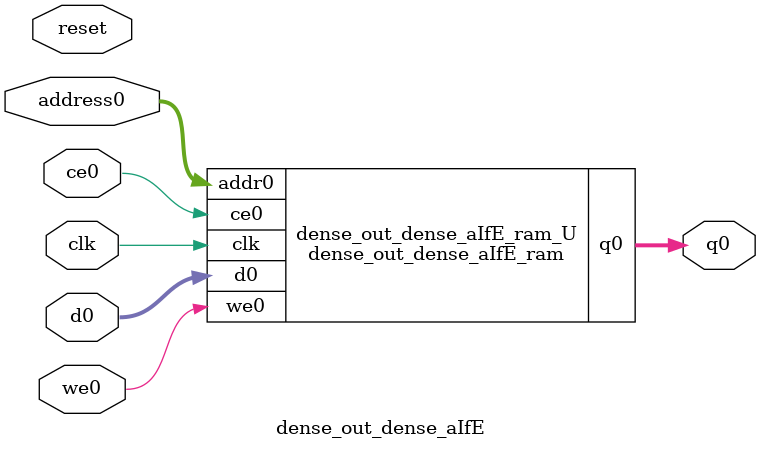
<source format=v>
`timescale 1 ns / 1 ps
module dense_out_dense_aIfE_ram (addr0, ce0, d0, we0, q0,  clk);

parameter DWIDTH = 14;
parameter AWIDTH = 4;
parameter MEM_SIZE = 10;

input[AWIDTH-1:0] addr0;
input ce0;
input[DWIDTH-1:0] d0;
input we0;
output reg[DWIDTH-1:0] q0;
input clk;

(* ram_style = "distributed" *)reg [DWIDTH-1:0] ram[0:MEM_SIZE-1];




always @(posedge clk)  
begin 
    if (ce0) 
    begin
        if (we0) 
        begin 
            ram[addr0] <= d0; 
        end 
        q0 <= ram[addr0];
    end
end


endmodule

`timescale 1 ns / 1 ps
module dense_out_dense_aIfE(
    reset,
    clk,
    address0,
    ce0,
    we0,
    d0,
    q0);

parameter DataWidth = 32'd14;
parameter AddressRange = 32'd10;
parameter AddressWidth = 32'd4;
input reset;
input clk;
input[AddressWidth - 1:0] address0;
input ce0;
input we0;
input[DataWidth - 1:0] d0;
output[DataWidth - 1:0] q0;



dense_out_dense_aIfE_ram dense_out_dense_aIfE_ram_U(
    .clk( clk ),
    .addr0( address0 ),
    .ce0( ce0 ),
    .we0( we0 ),
    .d0( d0 ),
    .q0( q0 ));

endmodule


</source>
